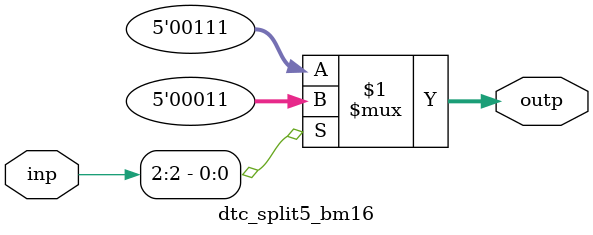
<source format=v>
module dtc_split5_bm16 (
	input  wire [5-1:0] inp,
	output wire [5-1:0] outp
);


	assign outp = (inp[2]) ? 5'b00011 : 5'b00111;

endmodule
</source>
